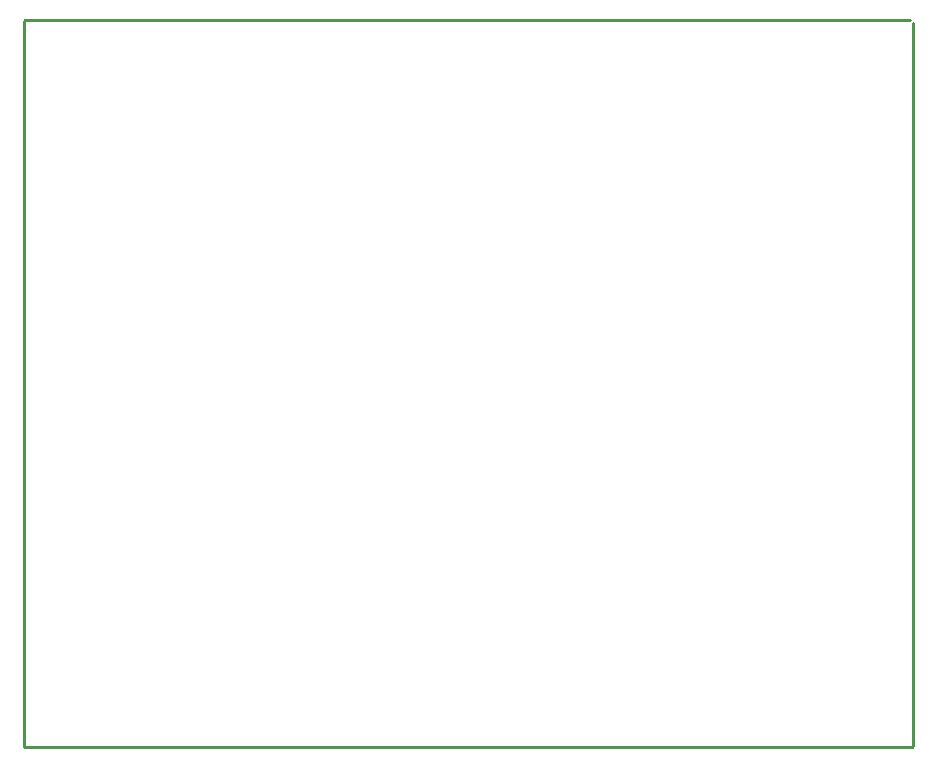
<source format=gko>
G04*
G04 #@! TF.GenerationSoftware,Altium Limited,Altium Designer,19.1.5 (86)*
G04*
G04 Layer_Color=16711935*
%FSLAX25Y25*%
%MOIN*%
G70*
G01*
G75*
%ADD15C,0.01000*%
D15*
X215500Y406000D02*
X510500D01*
X215000Y405500D02*
X215500Y406000D01*
X215000Y166000D02*
Y405500D01*
Y163500D02*
Y166000D01*
X511000Y163500D02*
X511500Y164000D01*
X215000Y163500D02*
X511000D01*
X511500Y164000D02*
Y405000D01*
M02*

</source>
